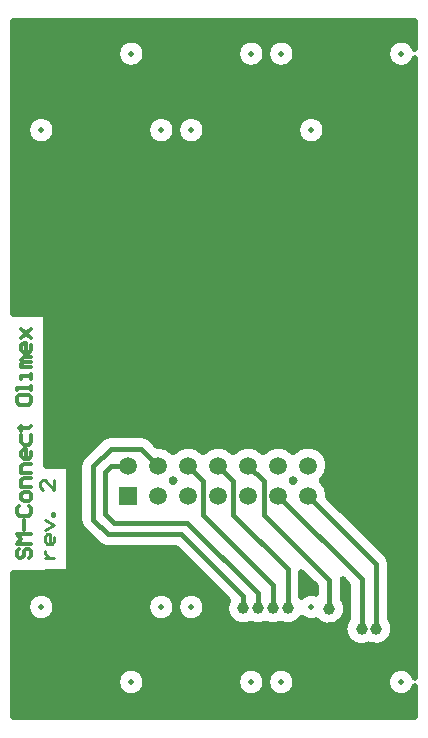
<source format=gtl>
G04 Layer_Physical_Order=1*
G04 Layer_Color=255*
%FSLAX25Y25*%
%MOIN*%
G70*
G01*
G75*
%ADD10C,0.01969*%
%ADD11C,0.01575*%
%ADD12C,0.01181*%
%ADD13C,0.01000*%
%ADD14C,0.01969*%
%ADD15R,0.05906X0.05906*%
%ADD16C,0.05906*%
%ADD17C,0.03937*%
D10*
X-121732Y38780D02*
G03*
X-121732Y38780I-4724J0D01*
G01*
D02*
G03*
X-121732Y38780I-4724J0D01*
G01*
X-107532Y59791D02*
G03*
X-104331Y58465I3201J3201D01*
G01*
X-107532Y59791D02*
G03*
X-104331Y58465I3201J3201D01*
G01*
X-113779Y67913D02*
G03*
X-112453Y64712I4528J0D01*
G01*
X-113779Y67913D02*
G03*
X-112453Y64712I4528J0D01*
G01*
Y88831D02*
G03*
X-113779Y85630I3201J-3201D01*
G01*
X-112453Y88831D02*
G03*
X-113779Y85630I3201J-3201D01*
G01*
X-91752Y13780D02*
G03*
X-91752Y13780I-4724J0D01*
G01*
D02*
G03*
X-91752Y13780I-4724J0D01*
G01*
X-81732Y38780D02*
G03*
X-81732Y38780I-4724J0D01*
G01*
D02*
G03*
X-81732Y38780I-4724J0D01*
G01*
X-82480Y80355D02*
G03*
X-83031Y80905I-5000J-4449D01*
G01*
D02*
G03*
X-82480Y81456I-4449J5000D01*
G01*
X-81930Y80905D02*
G03*
X-82480Y80355I4449J-5000D01*
G01*
X-82480Y90355D02*
G03*
X-87764Y92592I-5000J-4449D01*
G01*
X-82480Y81456D02*
G03*
X-81930Y80905I5000J4449D01*
G01*
X-72480Y90355D02*
G03*
X-82480Y90355I-5000J-4449D01*
G01*
X-121732Y197736D02*
G03*
X-121732Y197736I-4724J0D01*
G01*
D02*
G03*
X-121732Y197736I-4724J0D01*
G01*
X-103347Y96063D02*
G03*
X-106548Y94737I0J-4528D01*
G01*
X-89909D02*
G03*
X-93110Y96063I-3201J-3201D01*
G01*
X-89909Y94737D02*
G03*
X-93110Y96063I-3201J-3201D01*
G01*
X-103347D02*
G03*
X-106548Y94737I0J-4528D01*
G01*
X-81732Y197736D02*
G03*
X-81732Y197736I-4724J0D01*
G01*
D02*
G03*
X-81732Y197736I-4724J0D01*
G01*
X-91713Y223228D02*
G03*
X-91713Y223228I-4724J0D01*
G01*
D02*
G03*
X-91713Y223228I-4724J0D01*
G01*
X-51752Y13780D02*
G03*
X-51752Y13780I-4724J0D01*
G01*
D02*
G03*
X-51752Y13780I-4724J0D01*
G01*
X-56595Y33235D02*
G03*
X-51673Y33235I2461J5151D01*
G01*
X-41752Y13780D02*
G03*
X-41752Y13780I-4724J0D01*
G01*
D02*
G03*
X-41752Y13780I-4724J0D01*
G01*
X-51673Y33235D02*
G03*
X-46752Y33235I2461J5151D01*
G01*
X-71732Y38780D02*
G03*
X-71732Y38780I-4724J0D01*
G01*
D02*
G03*
X-71732Y38780I-4724J0D01*
G01*
X-64132Y40997D02*
G03*
X-56595Y33235I5077J-2611D01*
G01*
X-46752Y33235D02*
G03*
X-39549Y35208I2461J5151D01*
G01*
X-17224Y26345D02*
G03*
X-9055Y31496I2461J5151D01*
G01*
X-1969Y15194D02*
G03*
X-1969Y12365I-4508J-1414D01*
G01*
Y15194D02*
G03*
X-1969Y12365I-4508J-1414D01*
G01*
X-39549Y35208D02*
G03*
X-34756Y34372I3092J3572D01*
G01*
X-39549Y35208D02*
G03*
X-34756Y34372I3092J3572D01*
G01*
X-35039Y43286D02*
G03*
X-39764Y42154I-1417J-4507D01*
G01*
X-34756Y34372D02*
G03*
X-24803Y38189I4245J3817D01*
G01*
D02*
G03*
X-25984Y41666I-5709J0D01*
G01*
X-35039Y43286D02*
G03*
X-39764Y42154I-1417J-4507D01*
G01*
X-24213Y34973D02*
G03*
X-17224Y26345I4528J-3477D01*
G01*
X-9055Y31496D02*
G03*
X-10236Y34973I-5709J0D01*
G01*
X-62480Y90355D02*
G03*
X-72480Y90355I-5000J-4449D01*
G01*
X-52480Y90355D02*
G03*
X-62480Y90355I-5000J-4449D01*
G01*
X-71732Y197736D02*
G03*
X-71732Y197736I-4724J0D01*
G01*
D02*
G03*
X-71732Y197736I-4724J0D01*
G01*
X-43031Y80905D02*
G03*
X-42480Y81456I-4449J5000D01*
G01*
Y80355D02*
G03*
X-43031Y80905I-5000J-4449D01*
G01*
X-42480Y90355D02*
G03*
X-52480Y90355I-5000J-4449D01*
G01*
X-41930Y80905D02*
G03*
X-42480Y80355I4449J-5000D01*
G01*
Y81456D02*
G03*
X-41930Y80905I5000J4449D01*
G01*
X-51713Y223228D02*
G03*
X-51713Y223228I-4724J0D01*
G01*
D02*
G03*
X-51713Y223228I-4724J0D01*
G01*
X-41713D02*
G03*
X-41713Y223228I-4724J0D01*
G01*
D02*
G03*
X-41713Y223228I-4724J0D01*
G01*
X-30788Y75906D02*
G03*
X-33031Y80905I-6693J0D01*
G01*
D02*
G03*
X-30788Y85905I-4449J5000D01*
G01*
D02*
G03*
X-42480Y90355I-6693J0D01*
G01*
X-25984Y47638D02*
G03*
X-26001Y48023I-4528J0D01*
G01*
X-25984Y47638D02*
G03*
X-26001Y48023I-4528J0D01*
G01*
X-10236Y53189D02*
G03*
X-11562Y56390I-4528J0D01*
G01*
X-10236Y53189D02*
G03*
X-11562Y56390I-4528J0D01*
G01*
X-31732Y197736D02*
G03*
X-31732Y197736I-4724J0D01*
G01*
D02*
G03*
X-31732Y197736I-4724J0D01*
G01*
X-1969Y224762D02*
G03*
X-1969Y221695I-4468J-1534D01*
G01*
Y224762D02*
G03*
X-1969Y221695I-4468J-1534D01*
G01*
X-133745Y1969D02*
Y50197D01*
X-131776Y1969D02*
Y50197D01*
X-135827Y1969D02*
Y50197D01*
X-135713Y1969D02*
Y50197D01*
X-135827Y15000D02*
X-101040D01*
X-135827Y13031D02*
X-101141D01*
X-129808Y1969D02*
Y35449D01*
X-127839Y1969D02*
Y34262D01*
X-135827Y38622D02*
X-131179D01*
X-135827Y36653D02*
X-130676D01*
X-135827Y40590D02*
X-130821D01*
X-129808Y42110D02*
Y50197D01*
X-135827Y42559D02*
X-129292D01*
X-135827Y34685D02*
X-128813D01*
X-135827Y50197D02*
X-125000D01*
X-125871Y1969D02*
Y34092D01*
X-123902Y1969D02*
Y34805D01*
X-121934Y1969D02*
Y37414D01*
X-119965Y1969D02*
Y50378D01*
X-117997Y1969D02*
Y50378D01*
X-104217Y1969D02*
Y58465D01*
X-108154Y1969D02*
Y60413D01*
X-106186Y1969D02*
Y58862D01*
X-127839Y43297D02*
Y50197D01*
X-125871Y43468D02*
Y50197D01*
X-123902Y42754D02*
Y50378D01*
X-121934Y40145D02*
Y50378D01*
X-125000D02*
X-117307D01*
X-102249Y1969D02*
Y58465D01*
X-117307Y60275D02*
X-108017D01*
X-117307Y79960D02*
X-113779D01*
X-117307Y77992D02*
X-113779D01*
X-117307Y83897D02*
X-113779D01*
X-117307Y81929D02*
X-113779D01*
X-117307Y68149D02*
X-113779D01*
X-117307Y66181D02*
X-113435D01*
X-117307Y76023D02*
X-113779D01*
X-117307Y74055D02*
X-113779D01*
X-125000Y85834D02*
Y136393D01*
X-123902Y85834D02*
Y193762D01*
X-121934Y85834D02*
Y196371D01*
X-119965Y85834D02*
Y234252D01*
X-125000Y85866D02*
X-113773D01*
X-125000Y85834D02*
X-117307D01*
X-125000Y87834D02*
X-113207D01*
X-117997Y85834D02*
Y234252D01*
X-125000Y89803D02*
X-111482D01*
X-117307Y50378D02*
Y85834D01*
X-116028Y1969D02*
Y234252D01*
X-114060Y1969D02*
Y234252D01*
X-117307Y62244D02*
X-109985D01*
X-110123Y1969D02*
Y62381D01*
X-117307Y64212D02*
X-111954D01*
X-112091Y1969D02*
Y64350D01*
X-112453Y64712D02*
X-107532Y59791D01*
X-117307Y70118D02*
X-113779D01*
X-117307Y72086D02*
X-113779D01*
Y67913D02*
Y85630D01*
X-112453Y88831D02*
X-106548Y94737D01*
X-112091Y89193D02*
Y234252D01*
X-110123Y91162D02*
Y234252D01*
X-135827Y11063D02*
X-100341D01*
X-135827Y9094D02*
X-97083D01*
X-135827Y16968D02*
X-99962D01*
X-135827Y3189D02*
X-1969D01*
X-135827Y1969D02*
X-1969D01*
X-135827Y7126D02*
X-1969D01*
X-135827Y5157D02*
X-1969D01*
X-135827Y30748D02*
X-25344D01*
X-135827Y28779D02*
X-24706D01*
X-135827Y32716D02*
X-59721D01*
X-124100Y34685D02*
X-88813D01*
X-135827Y20905D02*
X-1969D01*
X-135827Y18937D02*
X-1969D01*
X-135827Y26811D02*
X-22946D01*
X-135827Y22874D02*
X-1969D01*
X-135827Y24842D02*
X-1969D01*
X-98312Y1969D02*
Y9426D01*
X-96343Y1969D02*
Y9057D01*
X-100280Y1969D02*
Y10978D01*
X-94375Y1969D02*
Y9548D01*
X-92406Y1969D02*
Y11381D01*
X-84532Y1969D02*
Y34465D01*
X-90438Y1969D02*
Y36236D01*
X-82564Y1969D02*
Y36103D01*
X-88469Y1969D02*
Y34505D01*
X-86501Y1969D02*
Y34055D01*
X-84101Y34685D02*
X-78813D01*
X-82238Y36653D02*
X-80676D01*
X-95870Y9094D02*
X-57083D01*
X-92611Y11063D02*
X-60341D01*
X-92990Y16968D02*
X-59962D01*
X-91812Y13031D02*
X-61141D01*
X-91912Y15000D02*
X-61041D01*
X-96343Y18502D02*
Y58465D01*
X-94375Y18011D02*
Y58465D01*
X-100280Y16581D02*
Y58465D01*
X-98312Y18133D02*
Y58465D01*
X-122238Y36653D02*
X-90676D01*
X-121735Y38622D02*
X-91179D01*
X-123622Y42559D02*
X-89292D01*
X-122093Y40590D02*
X-90820D01*
X-117307Y56338D02*
X-79473D01*
X-117307Y54370D02*
X-77505D01*
X-117307Y58307D02*
X-81442D01*
X-104331Y58465D02*
X-81600D01*
X-135827Y46496D02*
X-69631D01*
X-135827Y44527D02*
X-67662D01*
X-135827Y48464D02*
X-71599D01*
X-117307Y50433D02*
X-73568D01*
X-117307Y52401D02*
X-75536D01*
X-88469Y43054D02*
Y58465D01*
X-84532Y43094D02*
Y58465D01*
X-92406Y16179D02*
Y58465D01*
X-90438Y41323D02*
Y58465D01*
X-83622Y42559D02*
X-79292D01*
X-82093Y40590D02*
X-80821D01*
X-82564Y41456D02*
Y58465D01*
X-86501Y43504D02*
Y58465D01*
X-82564Y90447D02*
Y195059D01*
Y80447D02*
Y81364D01*
X-135827Y136393D02*
X-125000D01*
X-125871D02*
Y193048D01*
X-129808Y136393D02*
Y194406D01*
X-127839Y136393D02*
Y193219D01*
X-125000Y93740D02*
X-107545D01*
X-125000Y91771D02*
X-109514D01*
X-125000Y95708D02*
X-105103D01*
X-135827Y196102D02*
X-130889D01*
X-135827Y194133D02*
X-129513D01*
X-135827Y200039D02*
X-130582D01*
X-135827Y198070D02*
X-131169D01*
X-123401Y194133D02*
X-89512D01*
X-122331Y200039D02*
X-90582D01*
X-135827Y202007D02*
X-128477D01*
X-124437D02*
X-88477D01*
X-88469Y93297D02*
Y193462D01*
X-89909Y94737D02*
X-87764Y92592D01*
X-84257Y91771D02*
X-80704D01*
X-86501Y92526D02*
Y193012D01*
X-84532Y91914D02*
Y193421D01*
X-103347Y96063D02*
X-93110D01*
X-122024Y196102D02*
X-90889D01*
X-121744Y198070D02*
X-91169D01*
X-90438Y95190D02*
Y195193D01*
X-82024Y196102D02*
X-80889D01*
X-82331Y200039D02*
X-80582D01*
X-133745Y136393D02*
Y234252D01*
X-131776Y136393D02*
Y234252D01*
X-135827Y136393D02*
Y234252D01*
X-135713Y136393D02*
Y234252D01*
X-106186Y95062D02*
Y234252D01*
X-104217Y95978D02*
Y234252D01*
X-121934Y199102D02*
Y234252D01*
X-108154Y93130D02*
Y234252D01*
X-125871Y202424D02*
Y234252D01*
X-123902Y201711D02*
Y234252D01*
X-129808Y201066D02*
Y234252D01*
X-127839Y202254D02*
Y234252D01*
X-135827Y221692D02*
X-100905D01*
X-135827Y219724D02*
X-99605D01*
X-135827Y227598D02*
X-98234D01*
X-135827Y223661D02*
X-101142D01*
X-135827Y225629D02*
X-100506D01*
X-98312Y96063D02*
Y218892D01*
X-96343Y96063D02*
Y218505D01*
X-102249Y96063D02*
Y234252D01*
X-100280Y96063D02*
Y220481D01*
X-94375Y96063D02*
Y218978D01*
X-92406Y96008D02*
Y220764D01*
X-90438Y200280D02*
Y234252D01*
X-82564Y200413D02*
Y234252D01*
X-88469Y202010D02*
Y234252D01*
X-96343Y227952D02*
Y234252D01*
X-94375Y227479D02*
Y234252D01*
X-100280Y225976D02*
Y234252D01*
X-98312Y227565D02*
Y234252D01*
X-92406Y225693D02*
Y234252D01*
X-84532Y202051D02*
Y234252D01*
X-86501Y202461D02*
Y234252D01*
X-135827Y139015D02*
X-1969D01*
X-135827Y137047D02*
X-1969D01*
X-135827Y142952D02*
X-1969D01*
X-135827Y140984D02*
X-1969D01*
X-125000Y131141D02*
X-1969D01*
X-125000Y129173D02*
X-1969D01*
X-125000Y135078D02*
X-1969D01*
X-125000Y133110D02*
X-1969D01*
X-135827Y156732D02*
X-1969D01*
X-135827Y154763D02*
X-1969D01*
X-135827Y160669D02*
X-1969D01*
X-135827Y158700D02*
X-1969D01*
X-135827Y146889D02*
X-1969D01*
X-135827Y144921D02*
X-1969D01*
X-135827Y152795D02*
X-1969D01*
X-135827Y148858D02*
X-1969D01*
X-135827Y150826D02*
X-1969D01*
X-125000Y105551D02*
X-1969D01*
X-125000Y103582D02*
X-1969D01*
X-125000Y109488D02*
X-1969D01*
X-125000Y107519D02*
X-1969D01*
X-91353Y95708D02*
X-1969D01*
X-88912Y93740D02*
X-1969D01*
X-125000Y101614D02*
X-1969D01*
X-125000Y97677D02*
X-1969D01*
X-125000Y99645D02*
X-1969D01*
X-125000Y123267D02*
X-1969D01*
X-125000Y121299D02*
X-1969D01*
X-125000Y127204D02*
X-1969D01*
X-125000Y125236D02*
X-1969D01*
X-125000Y113425D02*
X-1969D01*
X-125000Y111456D02*
X-1969D01*
X-125000Y119330D02*
X-1969D01*
X-125000Y115393D02*
X-1969D01*
X-125000Y117362D02*
X-1969D01*
X-135827Y172480D02*
X-1969D01*
X-135827Y170511D02*
X-1969D01*
X-135827Y176417D02*
X-1969D01*
X-135827Y174448D02*
X-1969D01*
X-135827Y164606D02*
X-1969D01*
X-135827Y162637D02*
X-1969D01*
X-135827Y168543D02*
X-1969D01*
X-135827Y166574D02*
X-1969D01*
X-135827Y190196D02*
X-1969D01*
X-135827Y188228D02*
X-1969D01*
X-135827Y203976D02*
X-1969D01*
X-135827Y192165D02*
X-1969D01*
X-135827Y180354D02*
X-1969D01*
X-135827Y178385D02*
X-1969D01*
X-135827Y186259D02*
X-1969D01*
X-135827Y182322D02*
X-1969D01*
X-135827Y184291D02*
X-1969D01*
X-84437Y202007D02*
X-78477D01*
X-83401Y194133D02*
X-79513D01*
X-135827Y207913D02*
X-1969D01*
X-135827Y205944D02*
X-1969D01*
X-135827Y211850D02*
X-1969D01*
X-135827Y209881D02*
X-1969D01*
X-135827Y217755D02*
X-1969D01*
X-135827Y213818D02*
X-1969D01*
X-135827Y215787D02*
X-1969D01*
X-93269Y219724D02*
X-59605D01*
X-91969Y221692D02*
X-60905D01*
X-92368Y225629D02*
X-60506D01*
X-91733Y223661D02*
X-61142D01*
X-135827Y229566D02*
X-1969D01*
X-94640Y227598D02*
X-58234D01*
X-135827Y234252D02*
X-1969D01*
X-135827Y231535D02*
X-1969D01*
X-135827Y233503D02*
X-1969D01*
X-56973Y1969D02*
Y9081D01*
X-55005Y1969D02*
Y9290D01*
X-60910Y1969D02*
Y12149D01*
X-58942Y1969D02*
Y9749D01*
X-55870Y9094D02*
X-47083D01*
X-53036Y1969D02*
Y10541D01*
X-58942Y17809D02*
Y32678D01*
X-55005Y18269D02*
Y32744D01*
X-60910Y15410D02*
Y32987D01*
X-56973Y18478D02*
Y33070D01*
X-58389Y32716D02*
X-54800D01*
X-52990Y16968D02*
X-49962D01*
X-53036Y17018D02*
Y32784D01*
X-53468Y32716D02*
X-49879D01*
X-49099Y1969D02*
Y9850D01*
X-47131Y1969D02*
Y9101D01*
X-52611Y11063D02*
X-50341D01*
X-51068Y1969D02*
Y12667D01*
X-45162Y1969D02*
Y9241D01*
X-43194Y1969D02*
Y10382D01*
X-51912Y15000D02*
X-51041D01*
X-51812Y13031D02*
X-51141D01*
X-51068Y14892D02*
Y32987D01*
X-49099Y17709D02*
Y32678D01*
X-48546Y32716D02*
X-44958D01*
X-45162Y18317D02*
Y32744D01*
X-43194Y17177D02*
Y32783D01*
X-47131Y18458D02*
Y33070D01*
X-76658Y1969D02*
Y34059D01*
X-74690Y1969D02*
Y34398D01*
X-80595Y1969D02*
Y36501D01*
X-78627Y1969D02*
Y34583D01*
X-74101Y34685D02*
X-63401D01*
X-72721Y1969D02*
Y35887D01*
X-81735Y38622D02*
X-81179D01*
X-76658Y43500D02*
Y53523D01*
X-80595Y41058D02*
Y57460D01*
X-78627Y42976D02*
Y55492D01*
X-73622Y42559D02*
X-65694D01*
X-72238Y36653D02*
X-64495D01*
X-81600Y58465D02*
X-64132Y40997D01*
X-72721Y41672D02*
Y49586D01*
X-74690Y43161D02*
Y51555D01*
X-66816Y1969D02*
Y43681D01*
X-64847Y1969D02*
Y41712D01*
X-70753Y1969D02*
Y47618D01*
X-68784Y1969D02*
Y45649D01*
X-41225Y1969D02*
Y33570D01*
X-37288Y1969D02*
Y34129D01*
X-62879Y1969D02*
Y34147D01*
X-35320Y1969D02*
Y34194D01*
X-39257Y1969D02*
Y34974D01*
X-72093Y40590D02*
X-64321D01*
X-71735Y38622D02*
X-64759D01*
X-39764Y42154D02*
Y50487D01*
X-39945Y34685D02*
X-38813D01*
X-39764Y42559D02*
X-39292D01*
X-39257Y42585D02*
Y49980D01*
X-37288Y43430D02*
Y48011D01*
X-31383Y1969D02*
Y32547D01*
X-29414Y1969D02*
Y32587D01*
X-33351Y1969D02*
Y33237D01*
X-27446Y1969D02*
Y33373D01*
X-21540Y1969D02*
Y26097D01*
X-19572Y1969D02*
Y25789D01*
X-23509Y1969D02*
Y27257D01*
X-17603Y1969D02*
Y26180D01*
X-41812Y13031D02*
X-11141D01*
X-28888Y32716D02*
X-25262D01*
X-43624D02*
X-32136D01*
X-26005Y34685D02*
X-24420D01*
X-45870Y9094D02*
X-7083D01*
X-42611Y11063D02*
X-10341D01*
X-42990Y16968D02*
X-9962D01*
X-41912Y15000D02*
X-11040D01*
X-15635Y1969D02*
Y25854D01*
X-9729Y1969D02*
Y10353D01*
X-13666Y1969D02*
Y25894D01*
X-11698Y1969D02*
Y26680D01*
X-7761Y1969D02*
Y9233D01*
X-5792Y1969D02*
Y9105D01*
X-1969Y1969D02*
Y12365D01*
X-3824Y1969D02*
Y9870D01*
X-2990Y16968D02*
X-1969D01*
X-2611Y11063D02*
X-1969D01*
X-9729Y17206D02*
Y28804D01*
X-11502Y26811D02*
X-1969D01*
X-5870Y9094D02*
X-1969D01*
X-9743Y28779D02*
X-1969D01*
X-9104Y30748D02*
X-1969D01*
X-9187Y32716D02*
X-1969D01*
X-25984Y41666D02*
Y47638D01*
X-25477Y1969D02*
Y35498D01*
Y40880D02*
Y47500D01*
X-39764Y44527D02*
X-35039D01*
X-35320Y43365D02*
Y46043D01*
X-35039Y43286D02*
Y45763D01*
X-25984Y44527D02*
X-24213D01*
X-25984Y42559D02*
X-24213D01*
X-39764Y50487D02*
X-35039Y45763D01*
X-26001Y48023D02*
X-24213Y46235D01*
X-25984Y46496D02*
X-24474D01*
X-24213Y34973D02*
Y46235D01*
X-9729Y34188D02*
Y219840D01*
X-10029Y34685D02*
X-1969D01*
X-5792Y18454D02*
Y218548D01*
X-7761Y18326D02*
Y218693D01*
X-1969Y15194D02*
Y221695D01*
X-3824Y17689D02*
Y219292D01*
X-25014Y36653D02*
X-24213D01*
X-24820Y38622D02*
X-24213D01*
X-25333Y40590D02*
X-24213D01*
X-10236Y34973D02*
Y53189D01*
Y38622D02*
X-1969D01*
X-10236Y36653D02*
X-1969D01*
X-10236Y44527D02*
X-1969D01*
X-10236Y40590D02*
X-1969D01*
X-10236Y42559D02*
X-1969D01*
X-78627Y92500D02*
Y193540D01*
X-74690Y91989D02*
Y193355D01*
X-80595Y91829D02*
Y195458D01*
X-72721Y90612D02*
Y194844D01*
X-74257Y91771D02*
X-70704D01*
X-64257D02*
X-60704D01*
X-81744Y198070D02*
X-81169D01*
X-76658Y92548D02*
Y193016D01*
X-73401Y194133D02*
X-39513D01*
X-72024Y196102D02*
X-40889D01*
X-74437Y202007D02*
X-38476D01*
X-71744Y198070D02*
X-41169D01*
X-72331Y200039D02*
X-40582D01*
X-54257Y91771D02*
X-50704D01*
X-39764Y48464D02*
X-37741D01*
X-39764Y46496D02*
X-35773D01*
X-44257Y91771D02*
X-40704D01*
X-56973Y92579D02*
Y218534D01*
X-55005Y92124D02*
Y218726D01*
X-58942Y92437D02*
Y219223D01*
X-53269Y219724D02*
X-49605D01*
X-39257Y92358D02*
Y193931D01*
X-37288Y92596D02*
Y193086D01*
X-49099Y92400D02*
Y219326D01*
X-45162Y92184D02*
Y218679D01*
X-47131Y92589D02*
Y218555D01*
X-70753Y91744D02*
Y234252D01*
X-68784Y92470D02*
Y234252D01*
X-80595Y200015D02*
Y234252D01*
X-72721Y200629D02*
Y234252D01*
X-62879Y90766D02*
Y234252D01*
X-60910Y91653D02*
Y221709D01*
X-66816Y92565D02*
Y234252D01*
X-64847Y92059D02*
Y234252D01*
X-74690Y202118D02*
Y234252D01*
X-60910Y224748D02*
Y234252D01*
X-78627Y201933D02*
Y234252D01*
X-76658Y202456D02*
Y234252D01*
X-58942Y227234D02*
Y234252D01*
X-55005Y227730D02*
Y234252D01*
X-56973Y227922D02*
Y234252D01*
X-53036Y90910D02*
Y219949D01*
X-43194Y91046D02*
Y219793D01*
X-51969Y221692D02*
X-50905D01*
X-51068Y91556D02*
Y222293D01*
X-41225Y91453D02*
Y234252D01*
X-39257Y201541D02*
Y234252D01*
X-37288Y202387D02*
Y234252D01*
X-52368Y225629D02*
X-50506D01*
X-51732Y223661D02*
X-51142D01*
X-53036Y226508D02*
Y234252D01*
X-51068Y224164D02*
Y234252D01*
X-54640Y227598D02*
X-48234D01*
X-49099Y227131D02*
Y234252D01*
X-47131Y227902D02*
Y234252D01*
X-43194Y226664D02*
Y234252D01*
X-45162Y227778D02*
Y234252D01*
X-30793Y75622D02*
X-11562Y56390D01*
X-31383Y78665D02*
Y83146D01*
X-30788Y76023D02*
X-1969D01*
X-29227Y74055D02*
X-1969D01*
X-32155Y79960D02*
X-1969D01*
X-31121Y77992D02*
X-1969D01*
X-32097Y81929D02*
X-1969D01*
X-30788Y85866D02*
X-1969D01*
X-35320Y92240D02*
Y193151D01*
X-31096Y83897D02*
X-1969D01*
X-31071Y87834D02*
X-1969D01*
X-34257Y91771D02*
X-1969D01*
X-32039Y89803D02*
X-1969D01*
X-33401Y194133D02*
X-1969D01*
X-10236Y48464D02*
X-1969D01*
X-10236Y46496D02*
X-1969D01*
X-10393Y54370D02*
X-1969D01*
X-10236Y50433D02*
X-1969D01*
X-10236Y52401D02*
X-1969D01*
X-23321Y68149D02*
X-1969D01*
X-21353Y66181D02*
X-1969D01*
X-27258Y72086D02*
X-1969D01*
X-25290Y70118D02*
X-1969D01*
X-13479Y58307D02*
X-1969D01*
X-11511Y56338D02*
X-1969D01*
X-19384Y64212D02*
X-1969D01*
X-15447Y60275D02*
X-1969D01*
X-17416Y62244D02*
X-1969D01*
X-33351Y91173D02*
Y194176D01*
X-31383Y88665D02*
Y234252D01*
X-32024Y196102D02*
X-1969D01*
X-31744Y198070D02*
X-1969D01*
X-29414Y74243D02*
Y234252D01*
X-27446Y72274D02*
Y234252D01*
X-41969Y221692D02*
X-10905D01*
X-41732Y223661D02*
X-11142D01*
X-35320Y202322D02*
Y234252D01*
X-33351Y201297D02*
Y234252D01*
X-34437Y202007D02*
X-1969D01*
X-32331Y200039D02*
X-1969D01*
X-44640Y227598D02*
X-8234D01*
X-43269Y219724D02*
X-9605D01*
X-42368Y225629D02*
X-10506D01*
X-21540Y66369D02*
Y234252D01*
X-19572Y64400D02*
Y234252D01*
X-25477Y70306D02*
Y234252D01*
X-23509Y68337D02*
Y234252D01*
X-11698Y56526D02*
Y234252D01*
X-17603Y62432D02*
Y234252D01*
X-13666Y58495D02*
Y234252D01*
X-15635Y60463D02*
Y234252D01*
X-5792Y227909D02*
Y234252D01*
X-3824Y227164D02*
Y234252D01*
X-9729Y226617D02*
Y234252D01*
X-7761Y227764D02*
Y234252D01*
X-3269Y219724D02*
X-1969D01*
X-2368Y225629D02*
X-1969D01*
Y224762D02*
Y234252D01*
X-4640Y227598D02*
X-1969D01*
D11*
X-37480Y75906D02*
X-14764Y53189D01*
Y31496D02*
Y53189D01*
X-47480Y75906D02*
X-19685Y48110D01*
Y31496D02*
Y48110D01*
X-93110Y91535D02*
X-87480Y85905D01*
X-103347Y91535D02*
X-93110D01*
X-109252Y85630D02*
X-103347Y91535D01*
X-109252Y67913D02*
Y85630D01*
Y67913D02*
X-104331Y62992D01*
X-79724D01*
X-59055Y42323D01*
Y38386D02*
Y42323D01*
X-103071Y85905D02*
X-97480D01*
X-105315Y83661D02*
X-103071Y85905D01*
X-105315Y69882D02*
Y83661D01*
X-102362Y66929D02*
X-77756D01*
X-105315Y69882D02*
X-102362Y66929D01*
X-77756D02*
X-54134Y43307D01*
Y38386D02*
Y43307D01*
X-49213Y38386D02*
Y46260D01*
X-44291Y38386D02*
Y51378D01*
X-62500Y69587D02*
X-44291Y51378D01*
X-77480Y85905D02*
X-72441Y80866D01*
X-67480Y85905D02*
X-62500Y80925D01*
X-57480Y85905D02*
X-52362Y80787D01*
X-62500Y69587D02*
Y80925D01*
X-52362Y69488D02*
Y80787D01*
Y69488D02*
X-30512Y47638D01*
Y38189D02*
Y47638D01*
X-72441Y69488D02*
Y80866D01*
Y69488D02*
X-49213Y46260D01*
D12*
X-133857Y58267D02*
X-134644Y57480D01*
Y55905D01*
X-133857Y55118D01*
X-133070D01*
X-132283Y55905D01*
Y57480D01*
X-131495Y58267D01*
X-130708D01*
X-129921Y57480D01*
Y55905D01*
X-130708Y55118D01*
X-129921Y59841D02*
X-134644D01*
X-133070Y61415D01*
X-134644Y62990D01*
X-129921D01*
X-132283Y64564D02*
Y67712D01*
X-133857Y72435D02*
X-134644Y71648D01*
Y70074D01*
X-133857Y69287D01*
X-130708D01*
X-129921Y70074D01*
Y71648D01*
X-130708Y72435D01*
X-129921Y74797D02*
Y76371D01*
X-130708Y77158D01*
X-132283D01*
X-133070Y76371D01*
Y74797D01*
X-132283Y74010D01*
X-130708D01*
X-129921Y74797D01*
Y78733D02*
X-133070D01*
Y81094D01*
X-132283Y81881D01*
X-129921D01*
Y83455D02*
X-133070D01*
Y85817D01*
X-132283Y86604D01*
X-129921D01*
Y90540D02*
Y88965D01*
X-130708Y88178D01*
X-132283D01*
X-133070Y88965D01*
Y90540D01*
X-132283Y91327D01*
X-131495D01*
Y88178D01*
X-133070Y96050D02*
Y93688D01*
X-132283Y92901D01*
X-130708D01*
X-129921Y93688D01*
Y96050D01*
X-133857Y98411D02*
X-133070D01*
Y97624D01*
Y99198D01*
Y98411D01*
X-130708D01*
X-129921Y99198D01*
X-134644Y108644D02*
Y107070D01*
X-133857Y106283D01*
X-130708D01*
X-129921Y107070D01*
Y108644D01*
X-130708Y109431D01*
X-133857D01*
X-134644Y108644D01*
X-129921Y111005D02*
Y112580D01*
Y111793D01*
X-134644D01*
Y111005D01*
X-129921Y114941D02*
Y116516D01*
Y115728D01*
X-133070D01*
Y114941D01*
X-129921Y118877D02*
X-133070D01*
Y119664D01*
X-132283Y120451D01*
X-129921D01*
X-132283D01*
X-133070Y121238D01*
X-132283Y122026D01*
X-129921D01*
Y125961D02*
Y124387D01*
X-130708Y123600D01*
X-132283D01*
X-133070Y124387D01*
Y125961D01*
X-132283Y126749D01*
X-131495D01*
Y123600D01*
X-133070Y128323D02*
X-129921Y131471D01*
X-131495Y129897D01*
X-133070Y131471D01*
X-129921Y128323D01*
D13*
X-125196Y55118D02*
X-122047D01*
X-123621D01*
X-124409Y55905D01*
X-125196Y56692D01*
Y57480D01*
X-122047Y62202D02*
Y60628D01*
X-122834Y59841D01*
X-124409D01*
X-125196Y60628D01*
Y62202D01*
X-124409Y62990D01*
X-123621D01*
Y59841D01*
X-125196Y64564D02*
X-122047Y66138D01*
X-125196Y67712D01*
X-122047Y69287D02*
X-122834D01*
Y70074D01*
X-122047D01*
Y69287D01*
Y81094D02*
Y77945D01*
X-125196Y81094D01*
X-125983D01*
X-126770Y80307D01*
Y78733D01*
X-125983Y77945D01*
D14*
X-126457Y197736D02*
D03*
X-86457D02*
D03*
X-76457D02*
D03*
X-36457D02*
D03*
X-96437Y223228D02*
D03*
X-56437D02*
D03*
X-46437D02*
D03*
X-6437D02*
D03*
X-126457Y38780D02*
D03*
X-86457D02*
D03*
X-76457D02*
D03*
X-36457D02*
D03*
X-6476Y13780D02*
D03*
X-46476D02*
D03*
X-56476D02*
D03*
X-96476D02*
D03*
D15*
X-97480Y75906D02*
D03*
D16*
Y85905D02*
D03*
X-87480Y75906D02*
D03*
Y85905D02*
D03*
X-77480Y75906D02*
D03*
Y85905D02*
D03*
X-67480Y75906D02*
D03*
Y85905D02*
D03*
X-57480Y75906D02*
D03*
Y85905D02*
D03*
X-47480D02*
D03*
Y75906D02*
D03*
X-37480Y85905D02*
D03*
Y75906D02*
D03*
D17*
X-14764Y31496D02*
D03*
X-19685D02*
D03*
X-44291Y38386D02*
D03*
X-49213Y38386D02*
D03*
X-54134D02*
D03*
X-59055D02*
D03*
X-30512Y38189D02*
D03*
M02*

</source>
